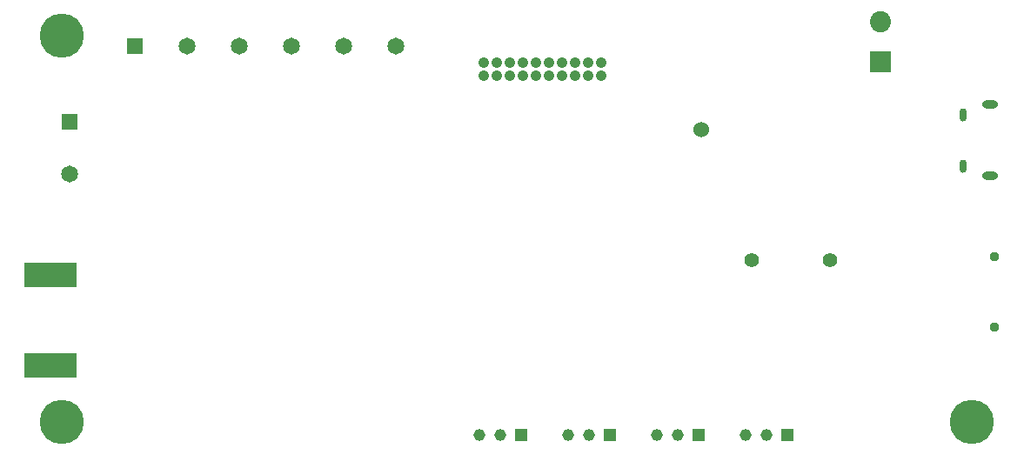
<source format=gbr>
%TF.GenerationSoftware,KiCad,Pcbnew,(6.0.7)*%
%TF.CreationDate,2022-09-16T08:47:36-07:00*%
%TF.ProjectId,Flight-Computer,466c6967-6874-42d4-936f-6d7075746572,1.0*%
%TF.SameCoordinates,Original*%
%TF.FileFunction,Soldermask,Bot*%
%TF.FilePolarity,Negative*%
%FSLAX46Y46*%
G04 Gerber Fmt 4.6, Leading zero omitted, Abs format (unit mm)*
G04 Created by KiCad (PCBNEW (6.0.7)) date 2022-09-16 08:47:36*
%MOMM*%
%LPD*%
G01*
G04 APERTURE LIST*
%ADD10R,5.080000X2.413000*%
%ADD11C,1.066800*%
%ADD12R,1.150000X1.150000*%
%ADD13C,1.150000*%
%ADD14C,1.408000*%
%ADD15C,4.300000*%
%ADD16R,2.050000X2.050000*%
%ADD17C,2.050000*%
%ADD18R,1.650000X1.650000*%
%ADD19C,1.650000*%
%ADD20O,0.650000X1.300000*%
%ADD21O,1.550000X0.775000*%
%ADD22C,0.950000*%
%ADD23C,1.524000*%
G04 APERTURE END LIST*
D10*
%TO.C,AE2*%
X92900500Y-83248500D03*
X92900500Y-92024200D03*
%TD*%
D11*
%TO.C,P8*%
X135077200Y-63815850D03*
X135077200Y-62545850D03*
X136347200Y-63815850D03*
X136347200Y-62545850D03*
X137617200Y-63815850D03*
X137617200Y-62545850D03*
X138887200Y-63815850D03*
X138887200Y-62545850D03*
X140157200Y-63815850D03*
X140157200Y-62545850D03*
X141427200Y-63815850D03*
X141427200Y-62545850D03*
X142697200Y-63815850D03*
X142697200Y-62545850D03*
X143967200Y-63815850D03*
X143967200Y-62545850D03*
X145237200Y-63815850D03*
X145237200Y-62545850D03*
X146507200Y-63815850D03*
X146507200Y-62545850D03*
%TD*%
D12*
%TO.C,P9*%
X138684000Y-98806000D03*
D13*
X136677000Y-98806000D03*
X134671000Y-98806000D03*
%TD*%
D14*
%TO.C,BZ1*%
X161122200Y-81788000D03*
X168722200Y-81788000D03*
%TD*%
D15*
%TO.C,H4*%
X182575200Y-97485200D03*
%TD*%
%TO.C,H3*%
X93980000Y-97536000D03*
%TD*%
D16*
%TO.C,P2*%
X173663500Y-62500100D03*
D17*
X173663500Y-58540100D03*
%TD*%
D18*
%TO.C,P4*%
X101092000Y-60960000D03*
D19*
X106172000Y-60960000D03*
X111252000Y-60960000D03*
X116332000Y-60960000D03*
X121412000Y-60960000D03*
X126492000Y-60960000D03*
%TD*%
D20*
%TO.C,P3*%
X181678600Y-72604000D03*
X181678600Y-67604000D03*
D21*
X184378600Y-66604000D03*
X184378600Y-73604000D03*
%TD*%
D22*
%TO.C,P10*%
X184785000Y-81453800D03*
X184785000Y-88253800D03*
%TD*%
D12*
%TO.C,P6*%
X155956000Y-98806000D03*
D13*
X153949000Y-98806000D03*
X151943000Y-98806000D03*
%TD*%
D12*
%TO.C,P5*%
X164592000Y-98806000D03*
D13*
X162585000Y-98806000D03*
X160579000Y-98806000D03*
%TD*%
D18*
%TO.C,P1*%
X94742000Y-68326000D03*
D19*
X94742000Y-73406000D03*
%TD*%
D15*
%TO.C,H1*%
X93980000Y-59944000D03*
%TD*%
D12*
%TO.C,P7*%
X147320000Y-98806000D03*
D13*
X145313000Y-98806000D03*
X143307000Y-98806000D03*
%TD*%
D23*
%TO.C,TP2*%
X156210000Y-69088000D03*
%TD*%
M02*

</source>
